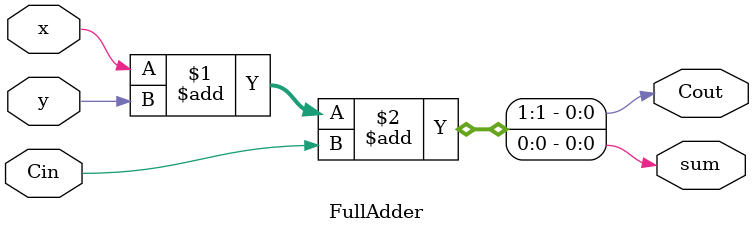
<source format=v>
`timescale 1ns / 1ps

module FullAdder(
    input x,
    input y,
    input Cin,
    output Cout, 
	 output sum
    );

	assign {Cout, sum} = x + y + Cin;

endmodule

</source>
